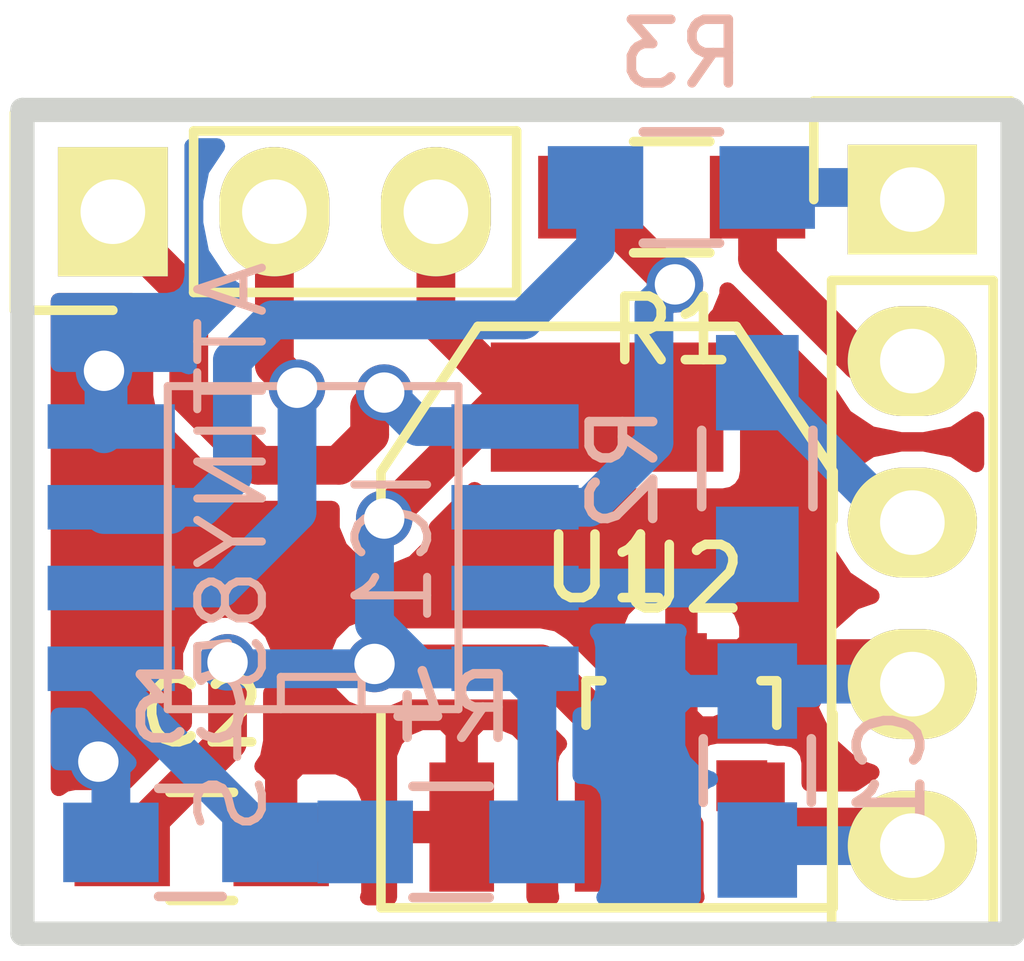
<source format=kicad_pcb>
(kicad_pcb (version 4) (host pcbnew 0.201603091917+6614~43~ubuntu14.04.1-product)

  (general
    (links 25)
    (no_connects 0)
    (area 177.812699 91.808299 193.763901 105.143301)
    (thickness 1.6002)
    (drawings 4)
    (tracks 88)
    (zones 0)
    (modules 12)
    (nets 13)
  )

  (page A4)
  (title_block
    (date "5 mar 2014")
  )

  (layers
    (0 Front signal)
    (31 Back signal)
    (32 B.Adhes user)
    (33 F.Adhes user hide)
    (34 B.Paste user)
    (35 F.Paste user hide)
    (36 B.SilkS user)
    (37 F.SilkS user hide)
    (38 B.Mask user)
    (39 F.Mask user hide)
    (40 Dwgs.User user)
    (41 Cmts.User user)
    (42 Eco1.User user)
    (43 Eco2.User user)
    (44 Edge.Cuts user)
  )

  (setup
    (last_trace_width 0.6096)
    (trace_clearance 0.254)
    (zone_clearance 0.254)
    (zone_45_only yes)
    (trace_min 0.2032)
    (segment_width 0.381)
    (edge_width 0.381)
    (via_size 0.889)
    (via_drill 0.635)
    (via_min_size 0.889)
    (via_min_drill 0.508)
    (uvia_size 0.508)
    (uvia_drill 0.127)
    (uvias_allowed no)
    (uvia_min_size 0.508)
    (uvia_min_drill 0.127)
    (pcb_text_width 0.3048)
    (pcb_text_size 1.524 2.032)
    (mod_edge_width 0.381)
    (mod_text_size 1.524 1.524)
    (mod_text_width 0.3048)
    (pad_size 1.99898 4.0005)
    (pad_drill 0.8128)
    (pad_to_mask_clearance 0.254)
    (aux_axis_origin 0 0)
    (visible_elements FFFFFF1F)
    (pcbplotparams
      (layerselection 0x00030_80000001)
      (usegerberextensions true)
      (excludeedgelayer true)
      (linewidth 0.150000)
      (plotframeref false)
      (viasonmask false)
      (mode 1)
      (useauxorigin false)
      (hpglpennumber 1)
      (hpglpenspeed 20)
      (hpglpendiameter 15)
      (psnegative false)
      (psa4output false)
      (plotreference true)
      (plotvalue true)
      (plotinvisibletext false)
      (padsonsilk false)
      (subtractmaskfromsilk false)
      (outputformat 1)
      (mirror false)
      (drillshape 1)
      (scaleselection 1)
      (outputdirectory ""))
  )

  (net 0 "")
  (net 1 +12V)
  (net 2 +5V)
  (net 3 /CLK)
  (net 4 /DataIn)
  (net 5 /DataOut)
  (net 6 GND)
  (net 7 "Net-(C3-Pad1)")
  (net 8 "Net-(IC1-Pad7)")
  (net 9 "Net-(IC1-Pad6)")
  (net 10 "Net-(IC1-Pad3)")
  (net 11 /MOSI)
  (net 12 /TX)

  (net_class Default "This is the default net class."
    (clearance 0.254)
    (trace_width 0.6096)
    (via_dia 0.889)
    (via_drill 0.635)
    (uvia_dia 0.508)
    (uvia_drill 0.127)
    (add_net +12V)
    (add_net +5V)
    (add_net /CLK)
    (add_net /DataIn)
    (add_net /DataOut)
    (add_net /MOSI)
    (add_net /TX)
    (add_net GND)
    (add_net "Net-(C3-Pad1)")
    (add_net "Net-(IC1-Pad3)")
    (add_net "Net-(IC1-Pad6)")
    (add_net "Net-(IC1-Pad7)")
  )

  (module Capacitors_SMD:C_0805_HandSoldering (layer Back) (tedit 541A9B8D) (tstamp 5628EAB5)
    (at 180.6448 103.5177 180)
    (descr "Capacitor SMD 0805, hand soldering")
    (tags "capacitor 0805")
    (path /560DAE88)
    (attr smd)
    (fp_text reference C3 (at 0 2.1 180) (layer B.SilkS)
      (effects (font (size 1 1) (thickness 0.15)) (justify mirror))
    )
    (fp_text value 1u/6.3V (at 0 -2.1 180) (layer B.Fab)
      (effects (font (size 1 1) (thickness 0.15)) (justify mirror))
    )
    (fp_line (start -2.3 1) (end 2.3 1) (layer B.CrtYd) (width 0.05))
    (fp_line (start -2.3 -1) (end 2.3 -1) (layer B.CrtYd) (width 0.05))
    (fp_line (start -2.3 1) (end -2.3 -1) (layer B.CrtYd) (width 0.05))
    (fp_line (start 2.3 1) (end 2.3 -1) (layer B.CrtYd) (width 0.05))
    (fp_line (start 0.5 0.85) (end -0.5 0.85) (layer B.SilkS) (width 0.15))
    (fp_line (start -0.5 -0.85) (end 0.5 -0.85) (layer B.SilkS) (width 0.15))
    (pad 1 smd rect (at -1.25 0 180) (size 1.5 1.25) (layers Back B.Paste B.Mask)
      (net 7 "Net-(C3-Pad1)"))
    (pad 2 smd rect (at 1.25 0 180) (size 1.5 1.25) (layers Back B.Paste B.Mask)
      (net 6 GND))
    (model Capacitors_SMD.3dshapes/C_0805_HandSoldering.wrl
      (at (xyz 0 0 0))
      (scale (xyz 1 1 1))
      (rotate (xyz 0 0 0))
    )
  )

  (module Pin_Headers:Pin_Header_Straight_1x05 (layer Front) (tedit 54EA0684) (tstamp 5628EAB6)
    (at 191.9986 93.4085)
    (descr "Through hole pin header")
    (tags "pin header")
    (path /531578B2)
    (fp_text reference P1 (at 0 -5.1) (layer F.SilkS)
      (effects (font (size 1 1) (thickness 0.15)))
    )
    (fp_text value CONN_01X05 (at 0 -3.1) (layer F.Fab)
      (effects (font (size 1 1) (thickness 0.15)))
    )
    (fp_line (start -1.55 0) (end -1.55 -1.55) (layer F.SilkS) (width 0.15))
    (fp_line (start -1.55 -1.55) (end 1.55 -1.55) (layer F.SilkS) (width 0.15))
    (fp_line (start 1.55 -1.55) (end 1.55 0) (layer F.SilkS) (width 0.15))
    (fp_line (start -1.75 -1.75) (end -1.75 11.95) (layer F.CrtYd) (width 0.05))
    (fp_line (start 1.75 -1.75) (end 1.75 11.95) (layer F.CrtYd) (width 0.05))
    (fp_line (start -1.75 -1.75) (end 1.75 -1.75) (layer F.CrtYd) (width 0.05))
    (fp_line (start -1.75 11.95) (end 1.75 11.95) (layer F.CrtYd) (width 0.05))
    (fp_line (start 1.27 1.27) (end 1.27 11.43) (layer F.SilkS) (width 0.15))
    (fp_line (start 1.27 11.43) (end -1.27 11.43) (layer F.SilkS) (width 0.15))
    (fp_line (start -1.27 11.43) (end -1.27 1.27) (layer F.SilkS) (width 0.15))
    (fp_line (start 1.27 1.27) (end -1.27 1.27) (layer F.SilkS) (width 0.15))
    (pad 1 thru_hole rect (at 0 0) (size 2.032 1.7272) (drill 1.016) (layers *.Cu *.Mask F.SilkS)
      (net 5 /DataOut))
    (pad 2 thru_hole oval (at 0 2.54) (size 2.032 1.7272) (drill 1.016) (layers *.Cu *.Mask F.SilkS)
      (net 4 /DataIn))
    (pad 3 thru_hole oval (at 0 5.08) (size 2.032 1.7272) (drill 1.016) (layers *.Cu *.Mask F.SilkS)
      (net 3 /CLK))
    (pad 4 thru_hole oval (at 0 7.62) (size 2.032 1.7272) (drill 1.016) (layers *.Cu *.Mask F.SilkS)
      (net 6 GND))
    (pad 5 thru_hole oval (at 0 10.16) (size 2.032 1.7272) (drill 1.016) (layers *.Cu *.Mask F.SilkS)
      (net 1 +12V))
    (model Pin_Headers.3dshapes/Pin_Header_Straight_1x05.wrl
      (at (xyz 0 -0.2 0))
      (scale (xyz 1 1 1))
      (rotate (xyz 0 0 90))
    )
  )

  (module Pin_Headers:Pin_Header_Straight_1x03 (layer Front) (tedit 0) (tstamp 5628EADA)
    (at 179.4256 93.599 90)
    (descr "Through hole pin header")
    (tags "pin header")
    (path /5628FA6F)
    (fp_text reference P2 (at 0 -5.1 90) (layer F.SilkS)
      (effects (font (size 1 1) (thickness 0.15)))
    )
    (fp_text value CONN_01X03 (at 0 -3.1 90) (layer F.Fab)
      (effects (font (size 1 1) (thickness 0.15)))
    )
    (fp_line (start -1.75 -1.75) (end -1.75 6.85) (layer F.CrtYd) (width 0.05))
    (fp_line (start 1.75 -1.75) (end 1.75 6.85) (layer F.CrtYd) (width 0.05))
    (fp_line (start -1.75 -1.75) (end 1.75 -1.75) (layer F.CrtYd) (width 0.05))
    (fp_line (start -1.75 6.85) (end 1.75 6.85) (layer F.CrtYd) (width 0.05))
    (fp_line (start -1.27 1.27) (end -1.27 6.35) (layer F.SilkS) (width 0.15))
    (fp_line (start -1.27 6.35) (end 1.27 6.35) (layer F.SilkS) (width 0.15))
    (fp_line (start 1.27 6.35) (end 1.27 1.27) (layer F.SilkS) (width 0.15))
    (fp_line (start 1.55 -1.55) (end 1.55 0) (layer F.SilkS) (width 0.15))
    (fp_line (start 1.27 1.27) (end -1.27 1.27) (layer F.SilkS) (width 0.15))
    (fp_line (start -1.55 0) (end -1.55 -1.55) (layer F.SilkS) (width 0.15))
    (fp_line (start -1.55 -1.55) (end 1.55 -1.55) (layer F.SilkS) (width 0.15))
    (pad 1 thru_hole rect (at 0 0 90) (size 2.032 1.7272) (drill 1.016) (layers *.Cu *.Mask F.SilkS)
      (net 11 /MOSI))
    (pad 2 thru_hole oval (at 0 2.54 90) (size 2.032 1.7272) (drill 1.016) (layers *.Cu *.Mask F.SilkS)
      (net 12 /TX))
    (pad 3 thru_hole oval (at 0 5.08 90) (size 2.032 1.7272) (drill 1.016) (layers *.Cu *.Mask F.SilkS)
      (net 2 +5V))
    (model Pin_Headers.3dshapes/Pin_Header_Straight_1x03.wrl
      (at (xyz 0 -0.1 0))
      (scale (xyz 1 1 1))
      (rotate (xyz 0 0 90))
    )
  )

  (module Resistors_SMD:R_0805_HandSoldering (layer Front) (tedit 54189DEE) (tstamp 5628EADB)
    (at 188.214 93.3704 180)
    (descr "Resistor SMD 0805, hand soldering")
    (tags "resistor 0805")
    (path /53148999)
    (attr smd)
    (fp_text reference R1 (at 0 -2.1 180) (layer F.SilkS)
      (effects (font (size 1 1) (thickness 0.15)))
    )
    (fp_text value 3k3 (at 0 2.1 180) (layer F.Fab)
      (effects (font (size 1 1) (thickness 0.15)))
    )
    (fp_line (start -2.4 -1) (end 2.4 -1) (layer F.CrtYd) (width 0.05))
    (fp_line (start -2.4 1) (end 2.4 1) (layer F.CrtYd) (width 0.05))
    (fp_line (start -2.4 -1) (end -2.4 1) (layer F.CrtYd) (width 0.05))
    (fp_line (start 2.4 -1) (end 2.4 1) (layer F.CrtYd) (width 0.05))
    (fp_line (start 0.6 0.875) (end -0.6 0.875) (layer F.SilkS) (width 0.15))
    (fp_line (start -0.6 -0.875) (end 0.6 -0.875) (layer F.SilkS) (width 0.15))
    (pad 1 smd rect (at -1.35 0 180) (size 1.5 1.3) (layers Front F.Paste F.Mask)
      (net 4 /DataIn))
    (pad 2 smd rect (at 1.35 0 180) (size 1.5 1.3) (layers Front F.Paste F.Mask)
      (net 9 "Net-(IC1-Pad6)"))
    (model Resistors_SMD.3dshapes/R_0805_HandSoldering.wrl
      (at (xyz 0 0 0))
      (scale (xyz 1 1 1))
      (rotate (xyz 0 0 0))
    )
  )

  (module Resistors_SMD:R_0805_HandSoldering (layer Back) (tedit 54189DEE) (tstamp 5628EAE6)
    (at 189.5602 97.6376 270)
    (descr "Resistor SMD 0805, hand soldering")
    (tags "resistor 0805")
    (path /5314899E)
    (attr smd)
    (fp_text reference R2 (at 0 2.1 270) (layer B.SilkS)
      (effects (font (size 1 1) (thickness 0.15)) (justify mirror))
    )
    (fp_text value 3k3 (at 0 -2.1 270) (layer B.Fab)
      (effects (font (size 1 1) (thickness 0.15)) (justify mirror))
    )
    (fp_line (start -2.4 1) (end 2.4 1) (layer B.CrtYd) (width 0.05))
    (fp_line (start -2.4 -1) (end 2.4 -1) (layer B.CrtYd) (width 0.05))
    (fp_line (start -2.4 1) (end -2.4 -1) (layer B.CrtYd) (width 0.05))
    (fp_line (start 2.4 1) (end 2.4 -1) (layer B.CrtYd) (width 0.05))
    (fp_line (start 0.6 -0.875) (end -0.6 -0.875) (layer B.SilkS) (width 0.15))
    (fp_line (start -0.6 0.875) (end 0.6 0.875) (layer B.SilkS) (width 0.15))
    (pad 1 smd rect (at -1.35 0 270) (size 1.5 1.3) (layers Back B.Paste B.Mask)
      (net 3 /CLK))
    (pad 2 smd rect (at 1.35 0 270) (size 1.5 1.3) (layers Back B.Paste B.Mask)
      (net 8 "Net-(IC1-Pad7)"))
    (model Resistors_SMD.3dshapes/R_0805_HandSoldering.wrl
      (at (xyz 0 0 0))
      (scale (xyz 1 1 1))
      (rotate (xyz 0 0 0))
    )
  )

  (module Resistors_SMD:R_0805_HandSoldering (layer Back) (tedit 54189DEE) (tstamp 5628EAF1)
    (at 188.3664 93.218 180)
    (descr "Resistor SMD 0805, hand soldering")
    (tags "resistor 0805")
    (path /531489A2)
    (attr smd)
    (fp_text reference R3 (at 0 2.1 180) (layer B.SilkS)
      (effects (font (size 1 1) (thickness 0.15)) (justify mirror))
    )
    (fp_text value 3k3 (at 0 -2.1 180) (layer B.Fab)
      (effects (font (size 1 1) (thickness 0.15)) (justify mirror))
    )
    (fp_line (start -2.4 1) (end 2.4 1) (layer B.CrtYd) (width 0.05))
    (fp_line (start -2.4 -1) (end 2.4 -1) (layer B.CrtYd) (width 0.05))
    (fp_line (start -2.4 1) (end -2.4 -1) (layer B.CrtYd) (width 0.05))
    (fp_line (start 2.4 1) (end 2.4 -1) (layer B.CrtYd) (width 0.05))
    (fp_line (start 0.6 -0.875) (end -0.6 -0.875) (layer B.SilkS) (width 0.15))
    (fp_line (start -0.6 0.875) (end 0.6 0.875) (layer B.SilkS) (width 0.15))
    (pad 1 smd rect (at -1.35 0 180) (size 1.5 1.3) (layers Back B.Paste B.Mask)
      (net 5 /DataOut))
    (pad 2 smd rect (at 1.35 0 180) (size 1.5 1.3) (layers Back B.Paste B.Mask)
      (net 10 "Net-(IC1-Pad3)"))
    (model Resistors_SMD.3dshapes/R_0805_HandSoldering.wrl
      (at (xyz 0 0 0))
      (scale (xyz 1 1 1))
      (rotate (xyz 0 0 0))
    )
  )

  (module Resistors_SMD:R_0805_HandSoldering (layer Back) (tedit 54189DEE) (tstamp 5628EAFC)
    (at 184.74436 103.51008 180)
    (descr "Resistor SMD 0805, hand soldering")
    (tags "resistor 0805")
    (path /53148995)
    (attr smd)
    (fp_text reference R4 (at 0 2.1 180) (layer B.SilkS)
      (effects (font (size 1 1) (thickness 0.15)) (justify mirror))
    )
    (fp_text value 10k (at 0 -2.1 180) (layer B.Fab)
      (effects (font (size 1 1) (thickness 0.15)) (justify mirror))
    )
    (fp_line (start -2.4 1) (end 2.4 1) (layer B.CrtYd) (width 0.05))
    (fp_line (start -2.4 -1) (end 2.4 -1) (layer B.CrtYd) (width 0.05))
    (fp_line (start -2.4 1) (end -2.4 -1) (layer B.CrtYd) (width 0.05))
    (fp_line (start 2.4 1) (end 2.4 -1) (layer B.CrtYd) (width 0.05))
    (fp_line (start 0.6 -0.875) (end -0.6 -0.875) (layer B.SilkS) (width 0.15))
    (fp_line (start -0.6 0.875) (end 0.6 0.875) (layer B.SilkS) (width 0.15))
    (pad 1 smd rect (at -1.35 0 180) (size 1.5 1.3) (layers Back B.Paste B.Mask)
      (net 2 +5V))
    (pad 2 smd rect (at 1.35 0 180) (size 1.5 1.3) (layers Back B.Paste B.Mask)
      (net 7 "Net-(C3-Pad1)"))
    (model Resistors_SMD.3dshapes/R_0805_HandSoldering.wrl
      (at (xyz 0 0 0))
      (scale (xyz 1 1 1))
      (rotate (xyz 0 0 0))
    )
  )

  (module Housings_SOT-23_SOT-143_TSOT-6:SOT-23 (layer Front) (tedit 553634F8) (tstamp 5628EB3E)
    (at 188.3664 101.6254)
    (descr "SOT-23, Standard")
    (tags SOT-23)
    (path /56290767)
    (attr smd)
    (fp_text reference U2 (at 0 -2.25) (layer F.SilkS)
      (effects (font (size 1 1) (thickness 0.15)))
    )
    (fp_text value LM78L05ACZ (at 0 2.3) (layer F.Fab)
      (effects (font (size 1 1) (thickness 0.15)))
    )
    (fp_line (start -1.65 -1.6) (end 1.65 -1.6) (layer F.CrtYd) (width 0.05))
    (fp_line (start 1.65 -1.6) (end 1.65 1.6) (layer F.CrtYd) (width 0.05))
    (fp_line (start 1.65 1.6) (end -1.65 1.6) (layer F.CrtYd) (width 0.05))
    (fp_line (start -1.65 1.6) (end -1.65 -1.6) (layer F.CrtYd) (width 0.05))
    (fp_line (start 1.29916 -0.65024) (end 1.2509 -0.65024) (layer F.SilkS) (width 0.15))
    (fp_line (start -1.49982 0.0508) (end -1.49982 -0.65024) (layer F.SilkS) (width 0.15))
    (fp_line (start -1.49982 -0.65024) (end -1.2509 -0.65024) (layer F.SilkS) (width 0.15))
    (fp_line (start 1.29916 -0.65024) (end 1.49982 -0.65024) (layer F.SilkS) (width 0.15))
    (fp_line (start 1.49982 -0.65024) (end 1.49982 0.0508) (layer F.SilkS) (width 0.15))
    (pad 1 smd rect (at -0.95 1.00076) (size 0.8001 0.8001) (layers Front F.Paste F.Mask)
      (net 2 +5V))
    (pad 2 smd rect (at 0.95 1.00076) (size 0.8001 0.8001) (layers Front F.Paste F.Mask)
      (net 1 +12V))
    (pad 3 smd rect (at 0 -0.99822) (size 0.8001 0.8001) (layers Front F.Paste F.Mask)
      (net 6 GND))
    (model Housings_SOT-23_SOT-143_TSOT-6.3dshapes/SOT-23.wrl
      (at (xyz 0 0 0))
      (scale (xyz 1 1 1))
      (rotate (xyz 0 0 0))
    )
  )

  (module TO_SOT_Packages_SMD:SOT-223 (layer Front) (tedit 0) (tstamp 5628EB2E)
    (at 187.198 99.9744)
    (descr "module CMS SOT223 4 pins")
    (tags "CMS SOT")
    (path /562904CD)
    (attr smd)
    (fp_text reference U1 (at 0 -0.762) (layer F.SilkS)
      (effects (font (size 1 1) (thickness 0.15)))
    )
    (fp_text value AP1117D50 (at 0 0.762) (layer F.Fab)
      (effects (font (size 1 1) (thickness 0.15)))
    )
    (fp_line (start -3.556 1.524) (end -3.556 4.572) (layer F.SilkS) (width 0.15))
    (fp_line (start -3.556 4.572) (end 3.556 4.572) (layer F.SilkS) (width 0.15))
    (fp_line (start 3.556 4.572) (end 3.556 1.524) (layer F.SilkS) (width 0.15))
    (fp_line (start -3.556 -1.524) (end -3.556 -2.286) (layer F.SilkS) (width 0.15))
    (fp_line (start -3.556 -2.286) (end -2.032 -4.572) (layer F.SilkS) (width 0.15))
    (fp_line (start -2.032 -4.572) (end 2.032 -4.572) (layer F.SilkS) (width 0.15))
    (fp_line (start 2.032 -4.572) (end 3.556 -2.286) (layer F.SilkS) (width 0.15))
    (fp_line (start 3.556 -2.286) (end 3.556 -1.524) (layer F.SilkS) (width 0.15))
    (pad 4 smd rect (at 0 -3.302) (size 3.6576 2.032) (layers Front F.Paste F.Mask)
      (net 2 +5V))
    (pad 2 smd rect (at 0 3.302) (size 1.016 2.032) (layers Front F.Paste F.Mask)
      (net 2 +5V))
    (pad 3 smd rect (at 2.286 3.302) (size 1.016 2.032) (layers Front F.Paste F.Mask)
      (net 1 +12V))
    (pad 1 smd rect (at -2.286 3.302) (size 1.016 2.032) (layers Front F.Paste F.Mask)
      (net 6 GND))
    (model TO_SOT_Packages_SMD.3dshapes/SOT-223.wrl
      (at (xyz 0 0 0))
      (scale (xyz 0.4 0.4 0.4))
      (rotate (xyz 0 0 0))
    )
  )

  (module Capacitors_SMD:C_0805_HandSoldering (layer Back) (tedit 541A9B8D) (tstamp 563CA0D5)
    (at 189.5602 102.3874 90)
    (descr "Capacitor SMD 0805, hand soldering")
    (tags "capacitor 0805")
    (path /53148A21)
    (attr smd)
    (fp_text reference C1 (at 0 2.1 90) (layer B.SilkS)
      (effects (font (size 1 1) (thickness 0.15)) (justify mirror))
    )
    (fp_text value 100n (at 0 -2.1 90) (layer B.Fab)
      (effects (font (size 1 1) (thickness 0.15)) (justify mirror))
    )
    (fp_line (start -2.3 1) (end 2.3 1) (layer B.CrtYd) (width 0.05))
    (fp_line (start -2.3 -1) (end 2.3 -1) (layer B.CrtYd) (width 0.05))
    (fp_line (start -2.3 1) (end -2.3 -1) (layer B.CrtYd) (width 0.05))
    (fp_line (start 2.3 1) (end 2.3 -1) (layer B.CrtYd) (width 0.05))
    (fp_line (start 0.5 0.85) (end -0.5 0.85) (layer B.SilkS) (width 0.15))
    (fp_line (start -0.5 -0.85) (end 0.5 -0.85) (layer B.SilkS) (width 0.15))
    (pad 1 smd rect (at -1.25 0 90) (size 1.5 1.25) (layers Back B.Paste B.Mask)
      (net 1 +12V))
    (pad 2 smd rect (at 1.25 0 90) (size 1.5 1.25) (layers Back B.Paste B.Mask)
      (net 6 GND))
    (model Capacitors_SMD.3dshapes/C_0805_HandSoldering.wrl
      (at (xyz 0 0 0))
      (scale (xyz 1 1 1))
      (rotate (xyz 0 0 0))
    )
  )

  (module Capacitors_SMD:C_0805_HandSoldering (layer Front) (tedit 541A9B8D) (tstamp 563CA0E0)
    (at 180.8226 103.5812)
    (descr "Capacitor SMD 0805, hand soldering")
    (tags "capacitor 0805")
    (path /53148A27)
    (attr smd)
    (fp_text reference C2 (at 0 -2.1) (layer F.SilkS)
      (effects (font (size 1 1) (thickness 0.15)))
    )
    (fp_text value 100n (at 0 2.1) (layer F.Fab)
      (effects (font (size 1 1) (thickness 0.15)))
    )
    (fp_line (start -2.3 -1) (end 2.3 -1) (layer F.CrtYd) (width 0.05))
    (fp_line (start -2.3 1) (end 2.3 1) (layer F.CrtYd) (width 0.05))
    (fp_line (start -2.3 -1) (end -2.3 1) (layer F.CrtYd) (width 0.05))
    (fp_line (start 2.3 -1) (end 2.3 1) (layer F.CrtYd) (width 0.05))
    (fp_line (start 0.5 -0.85) (end -0.5 -0.85) (layer F.SilkS) (width 0.15))
    (fp_line (start -0.5 0.85) (end 0.5 0.85) (layer F.SilkS) (width 0.15))
    (pad 1 smd rect (at -1.25 0) (size 1.5 1.25) (layers Front F.Paste F.Mask)
      (net 2 +5V))
    (pad 2 smd rect (at 1.25 0) (size 1.5 1.25) (layers Front F.Paste F.Mask)
      (net 6 GND))
    (model Capacitors_SMD.3dshapes/C_0805_HandSoldering.wrl
      (at (xyz 0 0 0))
      (scale (xyz 1 1 1))
      (rotate (xyz 0 0 0))
    )
  )

  (module my_modules:SOIC-8-N_wide_pads (layer Back) (tedit 54326E5C) (tstamp 5315D269)
    (at 182.5752 98.8822 90)
    (descr "Module Narrow CMS SOJ 8 pins large")
    (tags "CMS SOJ")
    (path /53148881)
    (attr smd)
    (fp_text reference IC1 (at 0 1.27 90) (layer B.SilkS)
      (effects (font (size 1.143 1.016) (thickness 0.127)) (justify mirror))
    )
    (fp_text value ATTINY85-S (at 0 -1.27 90) (layer B.SilkS)
      (effects (font (size 1.016 1.016) (thickness 0.127)) (justify mirror))
    )
    (fp_line (start -2.54 2.286) (end 2.54 2.286) (layer B.SilkS) (width 0.127))
    (fp_line (start 2.54 2.286) (end 2.54 -2.286) (layer B.SilkS) (width 0.127))
    (fp_line (start 2.54 -2.286) (end -2.54 -2.286) (layer B.SilkS) (width 0.127))
    (fp_line (start -2.54 -2.286) (end -2.54 2.286) (layer B.SilkS) (width 0.127))
    (fp_line (start -2.54 0.762) (end -2.032 0.762) (layer B.SilkS) (width 0.127))
    (fp_line (start -2.032 0.762) (end -2.032 -0.508) (layer B.SilkS) (width 0.127))
    (fp_line (start -2.032 -0.508) (end -2.54 -0.508) (layer B.SilkS) (width 0.127))
    (pad 8 smd rect (at -1.905 3.175 90) (size 0.7 2) (layers Back B.Paste B.Mask)
      (net 2 +5V))
    (pad 7 smd rect (at -0.635 3.175 90) (size 0.7 2) (layers Back B.Paste B.Mask)
      (net 8 "Net-(IC1-Pad7)"))
    (pad 6 smd rect (at 0.635 3.175 90) (size 0.7 2) (layers Back B.Paste B.Mask)
      (net 9 "Net-(IC1-Pad6)"))
    (pad 5 smd rect (at 1.905 3.175 90) (size 0.7 2) (layers Back B.Paste B.Mask)
      (net 11 /MOSI))
    (pad 4 smd rect (at 1.905 -3.175 90) (size 0.7 2) (layers Back B.Paste B.Mask)
      (net 6 GND))
    (pad 3 smd rect (at 0.635 -3.175 90) (size 0.7 2) (layers Back B.Paste B.Mask)
      (net 10 "Net-(IC1-Pad3)"))
    (pad 2 smd rect (at -0.635 -3.175 90) (size 0.7 2) (layers Back B.Paste B.Mask)
      (net 12 /TX))
    (pad 1 smd rect (at -1.905 -3.175 90) (size 0.7 2) (layers Back B.Paste B.Mask)
      (net 7 "Net-(C3-Pad1)"))
    (model smd/cms_so8.wrl
      (at (xyz 0 0 0))
      (scale (xyz 0.5 0.38 0.5))
      (rotate (xyz 0 0 0))
    )
  )

  (gr_line (start 178.0032 91.9988) (end 193.5734 91.9988) (angle 90) (layer Edge.Cuts) (width 0.381))
  (gr_line (start 178.0032 104.9528) (end 178.0032 91.9988) (angle 90) (layer Edge.Cuts) (width 0.381))
  (gr_line (start 193.5734 104.9528) (end 178.0032 104.9528) (angle 90) (layer Edge.Cuts) (width 0.381))
  (gr_line (start 193.5734 91.9988) (end 193.5734 104.9528) (angle 90) (layer Edge.Cuts) (width 0.381))

  (segment (start 191.9986 103.5685) (end 189.6291 103.5685) (width 0.6096) (layer Back) (net 1))
  (segment (start 189.6291 103.5685) (end 189.5602 103.6374) (width 0.6096) (layer Back) (net 1) (tstamp 56EE9EFC))
  (segment (start 189.484 103.2764) (end 191.7065 103.2764) (width 0.6096) (layer Front) (net 1))
  (segment (start 191.7065 103.2764) (end 191.9986 103.5685) (width 0.6096) (layer Front) (net 1) (tstamp 564CB8DC))
  (segment (start 187.198 103.2764) (end 187.198 101.7524) (width 0.6096) (layer Front) (net 2) (status 400000))
  (segment (start 183.6166 100.7872) (end 185.7502 100.7872) (width 0.6096) (layer Back) (net 2) (tstamp 56EE9F45) (status 800000))
  (segment (start 183.5404 100.711) (end 183.6166 100.7872) (width 0.6096) (layer Back) (net 2) (tstamp 56EE9F44))
  (via (at 183.5404 100.711) (size 0.889) (drill 0.635) (layers Front Back) (net 2))
  (segment (start 186.1566 100.711) (end 183.5404 100.711) (width 0.6096) (layer Front) (net 2) (tstamp 56EE9F42))
  (segment (start 187.198 101.7524) (end 186.1566 100.711) (width 0.6096) (layer Front) (net 2) (tstamp 56EE9F41))
  (segment (start 179.5726 103.5812) (end 179.578 103.5812) (width 0.6096) (layer Front) (net 2) (status C00000))
  (segment (start 179.578 103.5812) (end 181.229 101.9302) (width 0.6096) (layer Front) (net 2) (tstamp 56EE9F39) (status 400000))
  (segment (start 181.3306 100.7872) (end 185.7502 100.7872) (width 0.6096) (layer Back) (net 2) (tstamp 56EE9F3D) (status 800000))
  (segment (start 181.229 100.6856) (end 181.3306 100.7872) (width 0.6096) (layer Back) (net 2) (tstamp 56EE9F3C))
  (via (at 181.229 100.6856) (size 0.889) (drill 0.635) (layers Front Back) (net 2))
  (segment (start 181.229 101.9302) (end 181.229 100.6856) (width 0.6096) (layer Front) (net 2) (tstamp 56EE9F3A))
  (segment (start 186.09436 103.51008) (end 186.09436 101.13136) (width 0.6096) (layer Back) (net 2) (status C00000))
  (segment (start 186.09436 101.13136) (end 185.7502 100.7872) (width 0.6096) (layer Back) (net 2) (tstamp 56EE9F32) (status C00000))
  (segment (start 187.198 96.6724) (end 185.4454 96.6724) (width 0.6096) (layer Front) (net 2) (status C00000))
  (segment (start 185.4454 96.6724) (end 183.6928 98.425) (width 0.6096) (layer Front) (net 2) (tstamp 56EE9F29) (status 400000))
  (segment (start 183.5404 100.076) (end 184.2516 100.7872) (width 0.6096) (layer Back) (net 2) (tstamp 56EE9F2D))
  (segment (start 183.5404 98.5774) (end 183.5404 100.076) (width 0.6096) (layer Back) (net 2) (tstamp 56EE9F2C))
  (segment (start 183.6928 98.425) (end 183.5404 98.5774) (width 0.6096) (layer Back) (net 2) (tstamp 56EE9F2B))
  (via (at 183.6928 98.425) (size 0.889) (drill 0.635) (layers Front Back) (net 2))
  (segment (start 187.198 96.6724) (end 185.8772 96.6724) (width 0.6096) (layer Front) (net 2) (status C00000))
  (segment (start 185.8772 96.6724) (end 184.5056 95.3008) (width 0.6096) (layer Front) (net 2) (tstamp 56EE9F0D) (status 400000))
  (segment (start 184.5056 95.3008) (end 184.5056 93.599) (width 0.6096) (layer Front) (net 2) (tstamp 56EE9F0E) (status 800000))
  (segment (start 184.2516 100.7872) (end 185.7502 100.7872) (width 0.6096) (layer Back) (net 2) (tstamp 56EE9F04))
  (segment (start 179.5726 103.5812) (end 179.7812 103.5812) (width 0.6096) (layer Front) (net 2))
  (segment (start 186.9186 96.9518) (end 187.198 96.6724) (width 0.6096) (layer Front) (net 2) (tstamp 56E171C4))
  (segment (start 186.09436 103.51008) (end 185.96356 103.51008) (width 0.6096) (layer Back) (net 2))
  (segment (start 191.9986 98.4885) (end 191.7611 98.4885) (width 0.6096) (layer Back) (net 3))
  (segment (start 191.7611 98.4885) (end 189.5602 96.2876) (width 0.6096) (layer Back) (net 3) (tstamp 56EE9EB4))
  (segment (start 189.564 93.3704) (end 189.564 94.3394) (width 0.6096) (layer Front) (net 4))
  (segment (start 189.564 94.3394) (end 191.1731 95.9485) (width 0.6096) (layer Front) (net 4) (tstamp 56EE9E94))
  (segment (start 191.1731 95.9485) (end 191.9986 95.9485) (width 0.6096) (layer Front) (net 4) (tstamp 56EE9E95))
  (segment (start 189.7164 93.218) (end 191.8081 93.218) (width 0.6096) (layer Back) (net 5))
  (segment (start 191.8081 93.218) (end 191.9986 93.4085) (width 0.6096) (layer Back) (net 5) (tstamp 56EE9DD5))
  (segment (start 191.9986 101.0285) (end 189.6691 101.0285) (width 0.6096) (layer Back) (net 6))
  (segment (start 189.6691 101.0285) (end 189.5602 101.1374) (width 0.6096) (layer Back) (net 6) (tstamp 56EE9EFF))
  (segment (start 179.2859 97.0915) (end 179.2859 96.1009) (width 0.6096) (layer Back) (net 6))
  (via (at 179.2859 96.1009) (size 0.889) (drill 0.635) (layers Front Back) (net 6))
  (segment (start 179.2859 96.1009) (end 179.197 96.1898) (width 0.6096) (layer Front) (net 6) (tstamp 56E17268))
  (via (at 179.197 102.2477) (size 0.889) (drill 0.635) (layers Front Back) (net 6))
  (segment (start 179.197 102.2477) (end 179.3948 102.4455) (width 0.6096) (layer Back) (net 6) (tstamp 564CB8BB))
  (segment (start 179.197 96.1898) (end 179.197 102.2477) (width 0.6096) (layer Front) (net 6) (tstamp 56E17269))
  (segment (start 179.3948 102.4455) (end 179.3948 103.5177) (width 0.6096) (layer Back) (net 6) (tstamp 564CB8BC))
  (segment (start 188.3664 100.62718) (end 191.59728 100.62718) (width 0.6096) (layer Front) (net 6))
  (segment (start 191.59728 100.62718) (end 191.9986 101.0285) (width 0.6096) (layer Front) (net 6) (tstamp 56E17143))
  (segment (start 191.9986 101.0285) (end 191.7319 101.0285) (width 0.6096) (layer Back) (net 6))
  (segment (start 183.39436 103.51008) (end 181.90242 103.51008) (width 0.6096) (layer Back) (net 7))
  (segment (start 181.90242 103.51008) (end 181.8948 103.5177) (width 0.6096) (layer Back) (net 7) (tstamp 56E1638A))
  (segment (start 179.2859 100.9015) (end 179.2859 100.9088) (width 0.6096) (layer Back) (net 7))
  (segment (start 179.2859 100.9088) (end 181.8948 103.5177) (width 0.6096) (layer Back) (net 7) (tstamp 564CB8BF))
  (segment (start 185.7502 99.5172) (end 189.0306 99.5172) (width 0.6096) (layer Back) (net 8))
  (segment (start 189.0306 99.5172) (end 189.5602 98.9876) (width 0.6096) (layer Back) (net 8) (tstamp 56EE9EB1))
  (segment (start 186.864 93.3704) (end 186.8932 93.3704) (width 0.6096) (layer Front) (net 9))
  (segment (start 186.8932 93.3704) (end 188.2648 94.742) (width 0.6096) (layer Front) (net 9) (tstamp 56EE9E98))
  (via (at 188.2648 94.742) (size 0.889) (drill 0.635) (layers Front Back) (net 9))
  (segment (start 188.2648 94.742) (end 187.9346 95.0722) (width 0.6096) (layer Back) (net 9) (tstamp 56EE9E9A))
  (segment (start 187.9346 95.0722) (end 187.9346 97.2312) (width 0.6096) (layer Back) (net 9) (tstamp 56EE9E9B))
  (segment (start 187.9346 97.2312) (end 186.9186 98.2472) (width 0.6096) (layer Back) (net 9) (tstamp 56EE9E9C))
  (segment (start 185.7502 98.2472) (end 186.9186 98.2472) (width 0.6096) (layer Back) (net 9))
  (segment (start 179.4002 98.2472) (end 180.8226 98.2472) (width 0.6096) (layer Back) (net 10))
  (segment (start 180.8226 98.2472) (end 181.3052 97.7646) (width 0.6096) (layer Back) (net 10) (tstamp 56EE9E1E))
  (segment (start 181.3052 97.7646) (end 181.3052 95.9358) (width 0.6096) (layer Back) (net 10) (tstamp 56EE9E1F))
  (segment (start 181.3052 95.9358) (end 181.9402 95.3008) (width 0.6096) (layer Back) (net 10) (tstamp 56EE9E20))
  (segment (start 181.9402 95.3008) (end 185.8772 95.3008) (width 0.6096) (layer Back) (net 10) (tstamp 56EE9E21))
  (segment (start 185.8772 95.3008) (end 187.0164 94.1616) (width 0.6096) (layer Back) (net 10) (tstamp 56EE9E22))
  (segment (start 187.0164 94.1616) (end 187.0164 93.218) (width 0.6096) (layer Back) (net 10) (tstamp 56EE9E25))
  (segment (start 180.8226 98.2472) (end 181.3052 97.7646) (width 0.6096) (layer Back) (net 10) (tstamp 56EE9DEF))
  (segment (start 180.3273 98.3615) (end 179.2859 98.3615) (width 0.6096) (layer Back) (net 10) (tstamp 56E16E52))
  (segment (start 185.7502 96.9772) (end 184.2262 96.9772) (width 0.6096) (layer Back) (net 11) (status 400000))
  (segment (start 181.7116 97.5868) (end 180.6194 96.4946) (width 0.6096) (layer Front) (net 11) (tstamp 56EE9F24))
  (segment (start 182.9816 97.5868) (end 181.7116 97.5868) (width 0.6096) (layer Front) (net 11) (tstamp 56EE9F23))
  (segment (start 183.4642 97.1042) (end 182.9816 97.5868) (width 0.6096) (layer Front) (net 11) (tstamp 56EE9F22))
  (segment (start 183.4642 96.6724) (end 183.4642 97.1042) (width 0.6096) (layer Front) (net 11) (tstamp 56EE9F21))
  (segment (start 183.6928 96.4438) (end 183.4642 96.6724) (width 0.6096) (layer Front) (net 11) (tstamp 56EE9F20))
  (via (at 183.6928 96.4438) (size 0.889) (drill 0.635) (layers Front Back) (net 11))
  (segment (start 184.2262 96.9772) (end 183.6928 96.4438) (width 0.6096) (layer Back) (net 11) (tstamp 56EE9F1D))
  (segment (start 180.6194 96.4946) (end 180.6194 94.9198) (width 0.6096) (layer Front) (net 11) (tstamp 56EE9F27))
  (segment (start 180.6194 94.9198) (end 179.8066 94.107) (width 0.6096) (layer Front) (net 11) (tstamp 56E172B6))
  (segment (start 179.4002 99.5172) (end 181.1274 99.5172) (width 0.6096) (layer Back) (net 12) (status 400000))
  (segment (start 181.9656 96.012) (end 181.9656 93.599) (width 0.6096) (layer Front) (net 12) (tstamp 56EE9F18) (status 800000))
  (segment (start 182.3212 96.3676) (end 181.9656 96.012) (width 0.6096) (layer Front) (net 12) (tstamp 56EE9F17))
  (via (at 182.3212 96.3676) (size 0.889) (drill 0.635) (layers Front Back) (net 12))
  (segment (start 182.3212 98.3234) (end 182.3212 96.3676) (width 0.6096) (layer Back) (net 12) (tstamp 56EE9F15))
  (segment (start 181.1274 99.5172) (end 182.3212 98.3234) (width 0.6096) (layer Back) (net 12) (tstamp 56EE9F14))

  (zone (net 6) (net_name GND) (layer Back) (tstamp 564CB99E) (hatch edge 0.508)
    (connect_pads (clearance 0.254))
    (min_thickness 0.254)
    (fill yes (arc_segments 16) (thermal_gap 0.508) (thermal_bridge_width 0.508))
    (polygon
      (pts
        (xy 191.95288 104.68864) (xy 192.913 104.68864) (xy 193.2686 104.68864) (xy 193.2686 92.28836) (xy 178.308 92.28836)
        (xy 178.308 104.68864) (xy 191.95288 104.68864)
      )
    )
    (filled_polygon
      (pts
        (xy 188.3002 100.261091) (xy 188.3002 100.85165) (xy 188.45895 101.0104) (xy 189.4332 101.0104) (xy 189.4332 100.9904)
        (xy 189.6872 100.9904) (xy 189.6872 101.0104) (xy 190.66145 101.0104) (xy 190.77035 100.9015) (xy 191.8716 100.9015)
        (xy 191.8716 100.8815) (xy 192.1256 100.8815) (xy 192.1256 100.9015) (xy 192.1456 100.9015) (xy 192.1456 101.1555)
        (xy 192.1256 101.1555) (xy 192.1256 101.1755) (xy 191.8716 101.1755) (xy 191.8716 101.1555) (xy 190.512383 101.1555)
        (xy 190.455526 101.2644) (xy 189.6872 101.2644) (xy 189.6872 101.2844) (xy 189.4332 101.2844) (xy 189.4332 101.2644)
        (xy 188.45895 101.2644) (xy 188.3002 101.42315) (xy 188.3002 102.013709) (xy 188.396873 102.247098) (xy 188.575501 102.425727)
        (xy 188.80889 102.5224) (xy 188.817238 102.5224) (xy 188.786541 102.528506) (xy 188.660514 102.612714) (xy 188.576306 102.738741)
        (xy 188.546736 102.8874) (xy 188.546736 104.3813) (xy 187.154771 104.3813) (xy 187.203254 104.308739) (xy 187.232824 104.16008)
        (xy 187.232824 102.86008) (xy 187.203254 102.711421) (xy 187.119046 102.585394) (xy 186.993019 102.501186) (xy 186.84436 102.471616)
        (xy 186.78016 102.471616) (xy 186.78016 101.519705) (xy 186.898859 101.496094) (xy 187.024886 101.411886) (xy 187.109094 101.285859)
        (xy 187.138664 101.1372) (xy 187.138664 100.4372) (xy 187.109094 100.288541) (xy 187.051938 100.203) (xy 188.324262 100.203)
      )
    )
    (filled_polygon
      (pts
        (xy 179.672741 102.265509) (xy 179.5218 102.41645) (xy 179.5218 103.3907) (xy 179.5418 103.3907) (xy 179.5418 103.6447)
        (xy 179.5218 103.6447) (xy 179.5218 103.6647) (xy 179.2678 103.6647) (xy 179.2678 103.6447) (xy 179.2478 103.6447)
        (xy 179.2478 103.3907) (xy 179.2678 103.3907) (xy 179.2678 102.41645) (xy 179.10905 102.2577) (xy 178.5747 102.2577)
        (xy 178.5747 101.525664) (xy 178.932896 101.525664)
      )
    )
    (filled_polygon
      (pts
        (xy 180.81574 92.942943) (xy 180.721 93.419231) (xy 180.721 93.778769) (xy 180.81574 94.255057) (xy 181.085535 94.658834)
        (xy 181.401306 94.869826) (xy 180.820266 95.450866) (xy 180.671603 95.673355) (xy 180.657637 95.743567) (xy 180.6194 95.9358)
        (xy 180.6194 96.030676) (xy 180.52651 95.9922) (xy 179.68595 95.9922) (xy 179.5272 96.15095) (xy 179.5272 96.8502)
        (xy 179.5472 96.8502) (xy 179.5472 97.1042) (xy 179.5272 97.1042) (xy 179.5272 97.1242) (xy 179.2732 97.1242)
        (xy 179.2732 97.1042) (xy 179.2532 97.1042) (xy 179.2532 96.8502) (xy 179.2732 96.8502) (xy 179.2732 96.15095)
        (xy 179.11445 95.9922) (xy 178.5747 95.9922) (xy 178.5747 95.003464) (xy 180.2892 95.003464) (xy 180.437859 94.973894)
        (xy 180.563886 94.889686) (xy 180.648094 94.763659) (xy 180.677664 94.615) (xy 180.677664 92.583) (xy 180.675138 92.5703)
        (xy 181.064732 92.5703)
      )
    )
  )
  (zone (net 6) (net_name GND) (layer Front) (tstamp 564CB9CC) (hatch edge 0.508)
    (connect_pads (clearance 0.254))
    (min_thickness 0.254)
    (fill yes (arc_segments 16) (thermal_gap 0.508) (thermal_bridge_width 0.508))
    (polygon
      (pts
        (xy 191.95288 104.68864) (xy 192.913 104.68864) (xy 193.2686 104.68864) (xy 193.2686 92.28836) (xy 178.308 92.28836)
        (xy 178.308 104.68864) (xy 191.95288 104.68864)
      )
    )
    (filled_polygon
      (pts
        (xy 190.666352 96.41162) (xy 190.668971 96.424788) (xy 190.938766 96.828565) (xy 191.342543 97.09836) (xy 191.818831 97.1931)
        (xy 192.178369 97.1931) (xy 192.654657 97.09836) (xy 193.0019 96.86634) (xy 193.0019 97.57066) (xy 192.654657 97.33864)
        (xy 192.178369 97.2439) (xy 191.818831 97.2439) (xy 191.342543 97.33864) (xy 190.938766 97.608435) (xy 190.668971 98.012212)
        (xy 190.574231 98.4885) (xy 190.668971 98.964788) (xy 190.938766 99.368565) (xy 191.342543 99.63836) (xy 191.356843 99.641204)
        (xy 191.08428 99.736546) (xy 190.647868 100.126464) (xy 190.393891 100.653709) (xy 190.391242 100.669474) (xy 190.512383 100.9015)
        (xy 191.8716 100.9015) (xy 191.8716 100.8815) (xy 192.1256 100.8815) (xy 192.1256 100.9015) (xy 192.1456 100.9015)
        (xy 192.1456 101.1555) (xy 192.1256 101.1555) (xy 192.1256 101.1755) (xy 191.8716 101.1755) (xy 191.8716 101.1555)
        (xy 190.512383 101.1555) (xy 190.391242 101.387526) (xy 190.393891 101.403291) (xy 190.647868 101.930536) (xy 191.08428 102.320454)
        (xy 191.356843 102.415796) (xy 191.342543 102.41864) (xy 191.085187 102.5906) (xy 190.380464 102.5906) (xy 190.380464 102.2604)
        (xy 190.350894 102.111741) (xy 190.266686 101.985714) (xy 190.140659 101.901506) (xy 189.992 101.871936) (xy 189.872173 101.871936)
        (xy 189.865109 101.867216) (xy 189.71645 101.837646) (xy 188.91635 101.837646) (xy 188.767691 101.867216) (xy 188.641664 101.951424)
        (xy 188.557456 102.077451) (xy 188.527886 102.22611) (xy 188.527886 103.02621) (xy 188.557456 103.174869) (xy 188.587536 103.219887)
        (xy 188.587536 104.2924) (xy 188.605219 104.3813) (xy 188.076781 104.3813) (xy 188.094464 104.2924) (xy 188.094464 103.295915)
        (xy 188.175344 103.174869) (xy 188.204914 103.02621) (xy 188.204914 102.22611) (xy 188.175344 102.077451) (xy 188.091136 101.951424)
        (xy 187.965109 101.867216) (xy 187.8838 101.851043) (xy 187.8838 101.7524) (xy 187.865864 101.66223) (xy 188.08065 101.66223)
        (xy 188.2394 101.50348) (xy 188.2394 100.75418) (xy 188.4934 100.75418) (xy 188.4934 101.50348) (xy 188.65215 101.66223)
        (xy 188.892759 101.66223) (xy 189.126148 101.565557) (xy 189.304777 101.386929) (xy 189.40145 101.15354) (xy 189.40145 100.91293)
        (xy 189.2427 100.75418) (xy 188.4934 100.75418) (xy 188.2394 100.75418) (xy 187.4901 100.75418) (xy 187.33135 100.91293)
        (xy 187.33135 100.915882) (xy 186.641534 100.226066) (xy 186.454091 100.10082) (xy 187.33135 100.10082) (xy 187.33135 100.34143)
        (xy 187.4901 100.50018) (xy 188.2394 100.50018) (xy 188.2394 99.75088) (xy 188.4934 99.75088) (xy 188.4934 100.50018)
        (xy 189.2427 100.50018) (xy 189.40145 100.34143) (xy 189.40145 100.10082) (xy 189.304777 99.867431) (xy 189.126148 99.688803)
        (xy 188.892759 99.59213) (xy 188.65215 99.59213) (xy 188.4934 99.75088) (xy 188.2394 99.75088) (xy 188.08065 99.59213)
        (xy 187.840041 99.59213) (xy 187.606652 99.688803) (xy 187.428023 99.867431) (xy 187.33135 100.10082) (xy 186.454091 100.10082)
        (xy 186.419045 100.077403) (xy 186.1566 100.0252) (xy 184.022212 100.0252) (xy 184.008619 100.011583) (xy 183.705323 99.885643)
        (xy 183.376918 99.885357) (xy 183.073402 100.010767) (xy 182.840983 100.242781) (xy 182.715043 100.546077) (xy 182.714757 100.874482)
        (xy 182.840167 101.177998) (xy 183.072181 101.410417) (xy 183.375477 101.536357) (xy 183.703882 101.536643) (xy 184.007398 101.411233)
        (xy 184.021856 101.3968) (xy 185.872532 101.3968) (xy 186.442968 101.967236) (xy 186.415314 101.985714) (xy 186.331106 102.111741)
        (xy 186.301536 102.2604) (xy 186.301536 104.2924) (xy 186.319219 104.3813) (xy 186.055 104.3813) (xy 186.055 103.56215)
        (xy 185.89625 103.4034) (xy 185.039 103.4034) (xy 185.039 103.4234) (xy 184.785 103.4234) (xy 184.785 103.4034)
        (xy 183.92775 103.4034) (xy 183.769 103.56215) (xy 183.769 104.3813) (xy 183.43739 104.3813) (xy 183.4576 104.33251)
        (xy 183.4576 103.86695) (xy 183.29885 103.7082) (xy 182.1996 103.7082) (xy 182.1996 103.7282) (xy 181.9456 103.7282)
        (xy 181.9456 103.7082) (xy 181.9256 103.7082) (xy 181.9256 103.4542) (xy 181.9456 103.4542) (xy 181.9456 102.47995)
        (xy 182.1996 102.47995) (xy 182.1996 103.4542) (xy 183.29885 103.4542) (xy 183.4576 103.29545) (xy 183.4576 102.82989)
        (xy 183.360927 102.596501) (xy 183.182298 102.417873) (xy 182.948909 102.3212) (xy 182.35835 102.3212) (xy 182.1996 102.47995)
        (xy 181.9456 102.47995) (xy 181.78685 102.3212) (xy 181.776699 102.3212) (xy 181.862597 102.192645) (xy 181.874244 102.13409)
        (xy 183.769 102.13409) (xy 183.769 102.99065) (xy 183.92775 103.1494) (xy 184.785 103.1494) (xy 184.785 101.78415)
        (xy 185.039 101.78415) (xy 185.039 103.1494) (xy 185.89625 103.1494) (xy 186.055 102.99065) (xy 186.055 102.13409)
        (xy 185.958327 101.900701) (xy 185.779698 101.722073) (xy 185.546309 101.6254) (xy 185.19775 101.6254) (xy 185.039 101.78415)
        (xy 184.785 101.78415) (xy 184.62625 101.6254) (xy 184.277691 101.6254) (xy 184.044302 101.722073) (xy 183.865673 101.900701)
        (xy 183.769 102.13409) (xy 181.874244 102.13409) (xy 181.914801 101.9302) (xy 181.9148 101.930195) (xy 181.9148 101.167412)
        (xy 181.928417 101.153819) (xy 182.054357 100.850523) (xy 182.054643 100.522118) (xy 181.929233 100.218602) (xy 181.697219 99.986183)
        (xy 181.393923 99.860243) (xy 181.065518 99.859957) (xy 180.762002 99.985367) (xy 180.529583 100.217381) (xy 180.403643 100.520677)
        (xy 180.403357 100.849082) (xy 180.528767 101.152598) (xy 180.5432 101.167056) (xy 180.5432 101.646132) (xy 179.621596 102.567736)
        (xy 178.8226 102.567736) (xy 178.673941 102.597306) (xy 178.5747 102.663616) (xy 178.5747 95.003464) (xy 179.733196 95.003464)
        (xy 179.9336 95.203868) (xy 179.9336 96.4946) (xy 179.985803 96.757045) (xy 180.134466 96.979534) (xy 181.226666 98.071734)
        (xy 181.449155 98.220397) (xy 181.7116 98.2726) (xy 182.867432 98.2726) (xy 182.867157 98.588482) (xy 182.992567 98.891998)
        (xy 183.224581 99.124417) (xy 183.527877 99.250357) (xy 183.856282 99.250643) (xy 184.159798 99.125233) (xy 184.392217 98.893219)
        (xy 184.518157 98.589923) (xy 184.518175 98.569493) (xy 185.112538 97.97513) (xy 185.220541 98.047294) (xy 185.3692 98.076864)
        (xy 189.0268 98.076864) (xy 189.175459 98.047294) (xy 189.301486 97.963086) (xy 189.385694 97.837059) (xy 189.415264 97.6884)
        (xy 189.415264 95.6564) (xy 189.385694 95.507741) (xy 189.301486 95.381714) (xy 189.175459 95.297506) (xy 189.0268 95.267936)
        (xy 188.906399 95.267936) (xy 188.964217 95.210219) (xy 189.090157 94.906923) (xy 189.090219 94.835487)
      )
    )
  )
)

</source>
